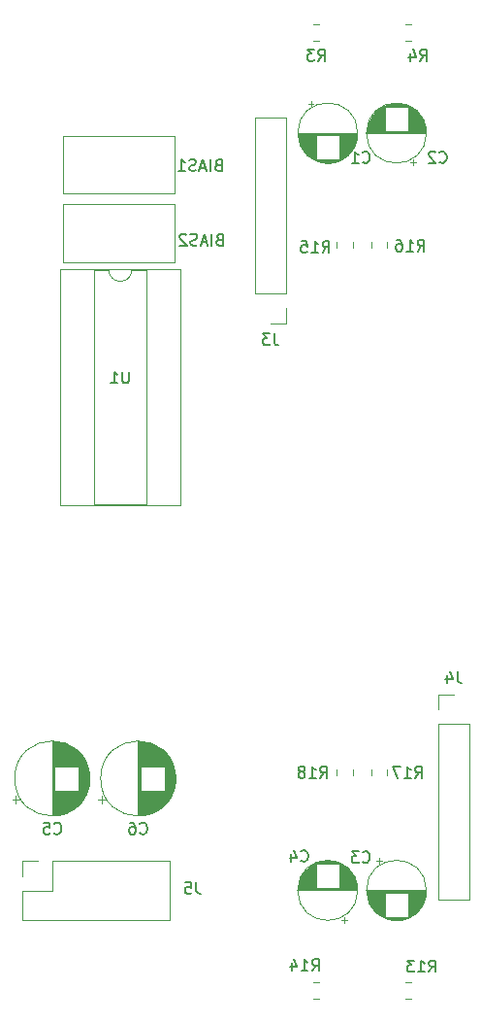
<source format=gbr>
%TF.GenerationSoftware,KiCad,Pcbnew,5.1.6*%
%TF.CreationDate,2020-07-14T13:58:31+04:00*%
%TF.ProjectId,FC_more_vcas,46435f6d-6f72-4655-9f76-6361732e6b69,rev?*%
%TF.SameCoordinates,Original*%
%TF.FileFunction,Legend,Bot*%
%TF.FilePolarity,Positive*%
%FSLAX46Y46*%
G04 Gerber Fmt 4.6, Leading zero omitted, Abs format (unit mm)*
G04 Created by KiCad (PCBNEW 5.1.6) date 2020-07-14 13:58:31*
%MOMM*%
%LPD*%
G01*
G04 APERTURE LIST*
%ADD10C,0.120000*%
%ADD11C,0.150000*%
G04 APERTURE END LIST*
D10*
%TO.C,BIAS1*%
X35125000Y-36470000D02*
X25355000Y-36470000D01*
X35125000Y-41540000D02*
X25355000Y-41540000D01*
X35125000Y-36470000D02*
X35125000Y-41540000D01*
X25355000Y-36470000D02*
X25355000Y-41540000D01*
%TO.C,BIAS2*%
X25355000Y-42470000D02*
X25355000Y-47540000D01*
X35125000Y-42470000D02*
X35125000Y-47540000D01*
X35125000Y-47540000D02*
X25355000Y-47540000D01*
X35125000Y-42470000D02*
X25355000Y-42470000D01*
%TO.C,C1*%
X46775000Y-33695225D02*
X47275000Y-33695225D01*
X47025000Y-33445225D02*
X47025000Y-33945225D01*
X48216000Y-38851000D02*
X48784000Y-38851000D01*
X47982000Y-38811000D02*
X49018000Y-38811000D01*
X47823000Y-38771000D02*
X49177000Y-38771000D01*
X47695000Y-38731000D02*
X49305000Y-38731000D01*
X47585000Y-38691000D02*
X49415000Y-38691000D01*
X47489000Y-38651000D02*
X49511000Y-38651000D01*
X47402000Y-38611000D02*
X49598000Y-38611000D01*
X47322000Y-38571000D02*
X49678000Y-38571000D01*
X49540000Y-38531000D02*
X49751000Y-38531000D01*
X47249000Y-38531000D02*
X47460000Y-38531000D01*
X49540000Y-38491000D02*
X49819000Y-38491000D01*
X47181000Y-38491000D02*
X47460000Y-38491000D01*
X49540000Y-38451000D02*
X49883000Y-38451000D01*
X47117000Y-38451000D02*
X47460000Y-38451000D01*
X49540000Y-38411000D02*
X49943000Y-38411000D01*
X47057000Y-38411000D02*
X47460000Y-38411000D01*
X49540000Y-38371000D02*
X50000000Y-38371000D01*
X47000000Y-38371000D02*
X47460000Y-38371000D01*
X49540000Y-38331000D02*
X50054000Y-38331000D01*
X46946000Y-38331000D02*
X47460000Y-38331000D01*
X49540000Y-38291000D02*
X50105000Y-38291000D01*
X46895000Y-38291000D02*
X47460000Y-38291000D01*
X49540000Y-38251000D02*
X50153000Y-38251000D01*
X46847000Y-38251000D02*
X47460000Y-38251000D01*
X49540000Y-38211000D02*
X50199000Y-38211000D01*
X46801000Y-38211000D02*
X47460000Y-38211000D01*
X49540000Y-38171000D02*
X50243000Y-38171000D01*
X46757000Y-38171000D02*
X47460000Y-38171000D01*
X49540000Y-38131000D02*
X50285000Y-38131000D01*
X46715000Y-38131000D02*
X47460000Y-38131000D01*
X49540000Y-38091000D02*
X50326000Y-38091000D01*
X46674000Y-38091000D02*
X47460000Y-38091000D01*
X49540000Y-38051000D02*
X50364000Y-38051000D01*
X46636000Y-38051000D02*
X47460000Y-38051000D01*
X49540000Y-38011000D02*
X50401000Y-38011000D01*
X46599000Y-38011000D02*
X47460000Y-38011000D01*
X49540000Y-37971000D02*
X50437000Y-37971000D01*
X46563000Y-37971000D02*
X47460000Y-37971000D01*
X49540000Y-37931000D02*
X50471000Y-37931000D01*
X46529000Y-37931000D02*
X47460000Y-37931000D01*
X49540000Y-37891000D02*
X50504000Y-37891000D01*
X46496000Y-37891000D02*
X47460000Y-37891000D01*
X49540000Y-37851000D02*
X50535000Y-37851000D01*
X46465000Y-37851000D02*
X47460000Y-37851000D01*
X49540000Y-37811000D02*
X50565000Y-37811000D01*
X46435000Y-37811000D02*
X47460000Y-37811000D01*
X49540000Y-37771000D02*
X50595000Y-37771000D01*
X46405000Y-37771000D02*
X47460000Y-37771000D01*
X49540000Y-37731000D02*
X50622000Y-37731000D01*
X46378000Y-37731000D02*
X47460000Y-37731000D01*
X49540000Y-37691000D02*
X50649000Y-37691000D01*
X46351000Y-37691000D02*
X47460000Y-37691000D01*
X49540000Y-37651000D02*
X50675000Y-37651000D01*
X46325000Y-37651000D02*
X47460000Y-37651000D01*
X49540000Y-37611000D02*
X50700000Y-37611000D01*
X46300000Y-37611000D02*
X47460000Y-37611000D01*
X49540000Y-37571000D02*
X50724000Y-37571000D01*
X46276000Y-37571000D02*
X47460000Y-37571000D01*
X49540000Y-37531000D02*
X50747000Y-37531000D01*
X46253000Y-37531000D02*
X47460000Y-37531000D01*
X49540000Y-37491000D02*
X50768000Y-37491000D01*
X46232000Y-37491000D02*
X47460000Y-37491000D01*
X49540000Y-37451000D02*
X50790000Y-37451000D01*
X46210000Y-37451000D02*
X47460000Y-37451000D01*
X49540000Y-37411000D02*
X50810000Y-37411000D01*
X46190000Y-37411000D02*
X47460000Y-37411000D01*
X49540000Y-37371000D02*
X50829000Y-37371000D01*
X46171000Y-37371000D02*
X47460000Y-37371000D01*
X49540000Y-37331000D02*
X50848000Y-37331000D01*
X46152000Y-37331000D02*
X47460000Y-37331000D01*
X49540000Y-37291000D02*
X50865000Y-37291000D01*
X46135000Y-37291000D02*
X47460000Y-37291000D01*
X49540000Y-37251000D02*
X50882000Y-37251000D01*
X46118000Y-37251000D02*
X47460000Y-37251000D01*
X49540000Y-37211000D02*
X50898000Y-37211000D01*
X46102000Y-37211000D02*
X47460000Y-37211000D01*
X49540000Y-37171000D02*
X50914000Y-37171000D01*
X46086000Y-37171000D02*
X47460000Y-37171000D01*
X49540000Y-37131000D02*
X50928000Y-37131000D01*
X46072000Y-37131000D02*
X47460000Y-37131000D01*
X49540000Y-37091000D02*
X50942000Y-37091000D01*
X46058000Y-37091000D02*
X47460000Y-37091000D01*
X49540000Y-37051000D02*
X50955000Y-37051000D01*
X46045000Y-37051000D02*
X47460000Y-37051000D01*
X49540000Y-37011000D02*
X50968000Y-37011000D01*
X46032000Y-37011000D02*
X47460000Y-37011000D01*
X49540000Y-36971000D02*
X50980000Y-36971000D01*
X46020000Y-36971000D02*
X47460000Y-36971000D01*
X49540000Y-36930000D02*
X50991000Y-36930000D01*
X46009000Y-36930000D02*
X47460000Y-36930000D01*
X49540000Y-36890000D02*
X51001000Y-36890000D01*
X45999000Y-36890000D02*
X47460000Y-36890000D01*
X49540000Y-36850000D02*
X51011000Y-36850000D01*
X45989000Y-36850000D02*
X47460000Y-36850000D01*
X49540000Y-36810000D02*
X51020000Y-36810000D01*
X45980000Y-36810000D02*
X47460000Y-36810000D01*
X49540000Y-36770000D02*
X51028000Y-36770000D01*
X45972000Y-36770000D02*
X47460000Y-36770000D01*
X49540000Y-36730000D02*
X51036000Y-36730000D01*
X45964000Y-36730000D02*
X47460000Y-36730000D01*
X49540000Y-36690000D02*
X51043000Y-36690000D01*
X45957000Y-36690000D02*
X47460000Y-36690000D01*
X49540000Y-36650000D02*
X51050000Y-36650000D01*
X45950000Y-36650000D02*
X47460000Y-36650000D01*
X49540000Y-36610000D02*
X51056000Y-36610000D01*
X45944000Y-36610000D02*
X47460000Y-36610000D01*
X49540000Y-36570000D02*
X51061000Y-36570000D01*
X45939000Y-36570000D02*
X47460000Y-36570000D01*
X49540000Y-36530000D02*
X51065000Y-36530000D01*
X45935000Y-36530000D02*
X47460000Y-36530000D01*
X49540000Y-36490000D02*
X51069000Y-36490000D01*
X45931000Y-36490000D02*
X47460000Y-36490000D01*
X45927000Y-36450000D02*
X51073000Y-36450000D01*
X45924000Y-36410000D02*
X51076000Y-36410000D01*
X45922000Y-36370000D02*
X51078000Y-36370000D01*
X45921000Y-36330000D02*
X51079000Y-36330000D01*
X45920000Y-36290000D02*
X51080000Y-36290000D01*
X45920000Y-36250000D02*
X51080000Y-36250000D01*
X51120000Y-36250000D02*
G75*
G03*
X51120000Y-36250000I-2620000J0D01*
G01*
%TO.C,C2*%
X57120000Y-36250000D02*
G75*
G03*
X57120000Y-36250000I-2620000J0D01*
G01*
X57080000Y-36250000D02*
X51920000Y-36250000D01*
X57080000Y-36210000D02*
X51920000Y-36210000D01*
X57079000Y-36170000D02*
X51921000Y-36170000D01*
X57078000Y-36130000D02*
X51922000Y-36130000D01*
X57076000Y-36090000D02*
X51924000Y-36090000D01*
X57073000Y-36050000D02*
X51927000Y-36050000D01*
X57069000Y-36010000D02*
X55540000Y-36010000D01*
X53460000Y-36010000D02*
X51931000Y-36010000D01*
X57065000Y-35970000D02*
X55540000Y-35970000D01*
X53460000Y-35970000D02*
X51935000Y-35970000D01*
X57061000Y-35930000D02*
X55540000Y-35930000D01*
X53460000Y-35930000D02*
X51939000Y-35930000D01*
X57056000Y-35890000D02*
X55540000Y-35890000D01*
X53460000Y-35890000D02*
X51944000Y-35890000D01*
X57050000Y-35850000D02*
X55540000Y-35850000D01*
X53460000Y-35850000D02*
X51950000Y-35850000D01*
X57043000Y-35810000D02*
X55540000Y-35810000D01*
X53460000Y-35810000D02*
X51957000Y-35810000D01*
X57036000Y-35770000D02*
X55540000Y-35770000D01*
X53460000Y-35770000D02*
X51964000Y-35770000D01*
X57028000Y-35730000D02*
X55540000Y-35730000D01*
X53460000Y-35730000D02*
X51972000Y-35730000D01*
X57020000Y-35690000D02*
X55540000Y-35690000D01*
X53460000Y-35690000D02*
X51980000Y-35690000D01*
X57011000Y-35650000D02*
X55540000Y-35650000D01*
X53460000Y-35650000D02*
X51989000Y-35650000D01*
X57001000Y-35610000D02*
X55540000Y-35610000D01*
X53460000Y-35610000D02*
X51999000Y-35610000D01*
X56991000Y-35570000D02*
X55540000Y-35570000D01*
X53460000Y-35570000D02*
X52009000Y-35570000D01*
X56980000Y-35529000D02*
X55540000Y-35529000D01*
X53460000Y-35529000D02*
X52020000Y-35529000D01*
X56968000Y-35489000D02*
X55540000Y-35489000D01*
X53460000Y-35489000D02*
X52032000Y-35489000D01*
X56955000Y-35449000D02*
X55540000Y-35449000D01*
X53460000Y-35449000D02*
X52045000Y-35449000D01*
X56942000Y-35409000D02*
X55540000Y-35409000D01*
X53460000Y-35409000D02*
X52058000Y-35409000D01*
X56928000Y-35369000D02*
X55540000Y-35369000D01*
X53460000Y-35369000D02*
X52072000Y-35369000D01*
X56914000Y-35329000D02*
X55540000Y-35329000D01*
X53460000Y-35329000D02*
X52086000Y-35329000D01*
X56898000Y-35289000D02*
X55540000Y-35289000D01*
X53460000Y-35289000D02*
X52102000Y-35289000D01*
X56882000Y-35249000D02*
X55540000Y-35249000D01*
X53460000Y-35249000D02*
X52118000Y-35249000D01*
X56865000Y-35209000D02*
X55540000Y-35209000D01*
X53460000Y-35209000D02*
X52135000Y-35209000D01*
X56848000Y-35169000D02*
X55540000Y-35169000D01*
X53460000Y-35169000D02*
X52152000Y-35169000D01*
X56829000Y-35129000D02*
X55540000Y-35129000D01*
X53460000Y-35129000D02*
X52171000Y-35129000D01*
X56810000Y-35089000D02*
X55540000Y-35089000D01*
X53460000Y-35089000D02*
X52190000Y-35089000D01*
X56790000Y-35049000D02*
X55540000Y-35049000D01*
X53460000Y-35049000D02*
X52210000Y-35049000D01*
X56768000Y-35009000D02*
X55540000Y-35009000D01*
X53460000Y-35009000D02*
X52232000Y-35009000D01*
X56747000Y-34969000D02*
X55540000Y-34969000D01*
X53460000Y-34969000D02*
X52253000Y-34969000D01*
X56724000Y-34929000D02*
X55540000Y-34929000D01*
X53460000Y-34929000D02*
X52276000Y-34929000D01*
X56700000Y-34889000D02*
X55540000Y-34889000D01*
X53460000Y-34889000D02*
X52300000Y-34889000D01*
X56675000Y-34849000D02*
X55540000Y-34849000D01*
X53460000Y-34849000D02*
X52325000Y-34849000D01*
X56649000Y-34809000D02*
X55540000Y-34809000D01*
X53460000Y-34809000D02*
X52351000Y-34809000D01*
X56622000Y-34769000D02*
X55540000Y-34769000D01*
X53460000Y-34769000D02*
X52378000Y-34769000D01*
X56595000Y-34729000D02*
X55540000Y-34729000D01*
X53460000Y-34729000D02*
X52405000Y-34729000D01*
X56565000Y-34689000D02*
X55540000Y-34689000D01*
X53460000Y-34689000D02*
X52435000Y-34689000D01*
X56535000Y-34649000D02*
X55540000Y-34649000D01*
X53460000Y-34649000D02*
X52465000Y-34649000D01*
X56504000Y-34609000D02*
X55540000Y-34609000D01*
X53460000Y-34609000D02*
X52496000Y-34609000D01*
X56471000Y-34569000D02*
X55540000Y-34569000D01*
X53460000Y-34569000D02*
X52529000Y-34569000D01*
X56437000Y-34529000D02*
X55540000Y-34529000D01*
X53460000Y-34529000D02*
X52563000Y-34529000D01*
X56401000Y-34489000D02*
X55540000Y-34489000D01*
X53460000Y-34489000D02*
X52599000Y-34489000D01*
X56364000Y-34449000D02*
X55540000Y-34449000D01*
X53460000Y-34449000D02*
X52636000Y-34449000D01*
X56326000Y-34409000D02*
X55540000Y-34409000D01*
X53460000Y-34409000D02*
X52674000Y-34409000D01*
X56285000Y-34369000D02*
X55540000Y-34369000D01*
X53460000Y-34369000D02*
X52715000Y-34369000D01*
X56243000Y-34329000D02*
X55540000Y-34329000D01*
X53460000Y-34329000D02*
X52757000Y-34329000D01*
X56199000Y-34289000D02*
X55540000Y-34289000D01*
X53460000Y-34289000D02*
X52801000Y-34289000D01*
X56153000Y-34249000D02*
X55540000Y-34249000D01*
X53460000Y-34249000D02*
X52847000Y-34249000D01*
X56105000Y-34209000D02*
X55540000Y-34209000D01*
X53460000Y-34209000D02*
X52895000Y-34209000D01*
X56054000Y-34169000D02*
X55540000Y-34169000D01*
X53460000Y-34169000D02*
X52946000Y-34169000D01*
X56000000Y-34129000D02*
X55540000Y-34129000D01*
X53460000Y-34129000D02*
X53000000Y-34129000D01*
X55943000Y-34089000D02*
X55540000Y-34089000D01*
X53460000Y-34089000D02*
X53057000Y-34089000D01*
X55883000Y-34049000D02*
X55540000Y-34049000D01*
X53460000Y-34049000D02*
X53117000Y-34049000D01*
X55819000Y-34009000D02*
X55540000Y-34009000D01*
X53460000Y-34009000D02*
X53181000Y-34009000D01*
X55751000Y-33969000D02*
X55540000Y-33969000D01*
X53460000Y-33969000D02*
X53249000Y-33969000D01*
X55678000Y-33929000D02*
X53322000Y-33929000D01*
X55598000Y-33889000D02*
X53402000Y-33889000D01*
X55511000Y-33849000D02*
X53489000Y-33849000D01*
X55415000Y-33809000D02*
X53585000Y-33809000D01*
X55305000Y-33769000D02*
X53695000Y-33769000D01*
X55177000Y-33729000D02*
X53823000Y-33729000D01*
X55018000Y-33689000D02*
X53982000Y-33689000D01*
X54784000Y-33649000D02*
X54216000Y-33649000D01*
X55975000Y-39054775D02*
X55975000Y-38554775D01*
X56225000Y-38804775D02*
X55725000Y-38804775D01*
%TO.C,C3*%
X57120000Y-102250000D02*
G75*
G03*
X57120000Y-102250000I-2620000J0D01*
G01*
X51920000Y-102250000D02*
X57080000Y-102250000D01*
X51920000Y-102290000D02*
X57080000Y-102290000D01*
X51921000Y-102330000D02*
X57079000Y-102330000D01*
X51922000Y-102370000D02*
X57078000Y-102370000D01*
X51924000Y-102410000D02*
X57076000Y-102410000D01*
X51927000Y-102450000D02*
X57073000Y-102450000D01*
X51931000Y-102490000D02*
X53460000Y-102490000D01*
X55540000Y-102490000D02*
X57069000Y-102490000D01*
X51935000Y-102530000D02*
X53460000Y-102530000D01*
X55540000Y-102530000D02*
X57065000Y-102530000D01*
X51939000Y-102570000D02*
X53460000Y-102570000D01*
X55540000Y-102570000D02*
X57061000Y-102570000D01*
X51944000Y-102610000D02*
X53460000Y-102610000D01*
X55540000Y-102610000D02*
X57056000Y-102610000D01*
X51950000Y-102650000D02*
X53460000Y-102650000D01*
X55540000Y-102650000D02*
X57050000Y-102650000D01*
X51957000Y-102690000D02*
X53460000Y-102690000D01*
X55540000Y-102690000D02*
X57043000Y-102690000D01*
X51964000Y-102730000D02*
X53460000Y-102730000D01*
X55540000Y-102730000D02*
X57036000Y-102730000D01*
X51972000Y-102770000D02*
X53460000Y-102770000D01*
X55540000Y-102770000D02*
X57028000Y-102770000D01*
X51980000Y-102810000D02*
X53460000Y-102810000D01*
X55540000Y-102810000D02*
X57020000Y-102810000D01*
X51989000Y-102850000D02*
X53460000Y-102850000D01*
X55540000Y-102850000D02*
X57011000Y-102850000D01*
X51999000Y-102890000D02*
X53460000Y-102890000D01*
X55540000Y-102890000D02*
X57001000Y-102890000D01*
X52009000Y-102930000D02*
X53460000Y-102930000D01*
X55540000Y-102930000D02*
X56991000Y-102930000D01*
X52020000Y-102971000D02*
X53460000Y-102971000D01*
X55540000Y-102971000D02*
X56980000Y-102971000D01*
X52032000Y-103011000D02*
X53460000Y-103011000D01*
X55540000Y-103011000D02*
X56968000Y-103011000D01*
X52045000Y-103051000D02*
X53460000Y-103051000D01*
X55540000Y-103051000D02*
X56955000Y-103051000D01*
X52058000Y-103091000D02*
X53460000Y-103091000D01*
X55540000Y-103091000D02*
X56942000Y-103091000D01*
X52072000Y-103131000D02*
X53460000Y-103131000D01*
X55540000Y-103131000D02*
X56928000Y-103131000D01*
X52086000Y-103171000D02*
X53460000Y-103171000D01*
X55540000Y-103171000D02*
X56914000Y-103171000D01*
X52102000Y-103211000D02*
X53460000Y-103211000D01*
X55540000Y-103211000D02*
X56898000Y-103211000D01*
X52118000Y-103251000D02*
X53460000Y-103251000D01*
X55540000Y-103251000D02*
X56882000Y-103251000D01*
X52135000Y-103291000D02*
X53460000Y-103291000D01*
X55540000Y-103291000D02*
X56865000Y-103291000D01*
X52152000Y-103331000D02*
X53460000Y-103331000D01*
X55540000Y-103331000D02*
X56848000Y-103331000D01*
X52171000Y-103371000D02*
X53460000Y-103371000D01*
X55540000Y-103371000D02*
X56829000Y-103371000D01*
X52190000Y-103411000D02*
X53460000Y-103411000D01*
X55540000Y-103411000D02*
X56810000Y-103411000D01*
X52210000Y-103451000D02*
X53460000Y-103451000D01*
X55540000Y-103451000D02*
X56790000Y-103451000D01*
X52232000Y-103491000D02*
X53460000Y-103491000D01*
X55540000Y-103491000D02*
X56768000Y-103491000D01*
X52253000Y-103531000D02*
X53460000Y-103531000D01*
X55540000Y-103531000D02*
X56747000Y-103531000D01*
X52276000Y-103571000D02*
X53460000Y-103571000D01*
X55540000Y-103571000D02*
X56724000Y-103571000D01*
X52300000Y-103611000D02*
X53460000Y-103611000D01*
X55540000Y-103611000D02*
X56700000Y-103611000D01*
X52325000Y-103651000D02*
X53460000Y-103651000D01*
X55540000Y-103651000D02*
X56675000Y-103651000D01*
X52351000Y-103691000D02*
X53460000Y-103691000D01*
X55540000Y-103691000D02*
X56649000Y-103691000D01*
X52378000Y-103731000D02*
X53460000Y-103731000D01*
X55540000Y-103731000D02*
X56622000Y-103731000D01*
X52405000Y-103771000D02*
X53460000Y-103771000D01*
X55540000Y-103771000D02*
X56595000Y-103771000D01*
X52435000Y-103811000D02*
X53460000Y-103811000D01*
X55540000Y-103811000D02*
X56565000Y-103811000D01*
X52465000Y-103851000D02*
X53460000Y-103851000D01*
X55540000Y-103851000D02*
X56535000Y-103851000D01*
X52496000Y-103891000D02*
X53460000Y-103891000D01*
X55540000Y-103891000D02*
X56504000Y-103891000D01*
X52529000Y-103931000D02*
X53460000Y-103931000D01*
X55540000Y-103931000D02*
X56471000Y-103931000D01*
X52563000Y-103971000D02*
X53460000Y-103971000D01*
X55540000Y-103971000D02*
X56437000Y-103971000D01*
X52599000Y-104011000D02*
X53460000Y-104011000D01*
X55540000Y-104011000D02*
X56401000Y-104011000D01*
X52636000Y-104051000D02*
X53460000Y-104051000D01*
X55540000Y-104051000D02*
X56364000Y-104051000D01*
X52674000Y-104091000D02*
X53460000Y-104091000D01*
X55540000Y-104091000D02*
X56326000Y-104091000D01*
X52715000Y-104131000D02*
X53460000Y-104131000D01*
X55540000Y-104131000D02*
X56285000Y-104131000D01*
X52757000Y-104171000D02*
X53460000Y-104171000D01*
X55540000Y-104171000D02*
X56243000Y-104171000D01*
X52801000Y-104211000D02*
X53460000Y-104211000D01*
X55540000Y-104211000D02*
X56199000Y-104211000D01*
X52847000Y-104251000D02*
X53460000Y-104251000D01*
X55540000Y-104251000D02*
X56153000Y-104251000D01*
X52895000Y-104291000D02*
X53460000Y-104291000D01*
X55540000Y-104291000D02*
X56105000Y-104291000D01*
X52946000Y-104331000D02*
X53460000Y-104331000D01*
X55540000Y-104331000D02*
X56054000Y-104331000D01*
X53000000Y-104371000D02*
X53460000Y-104371000D01*
X55540000Y-104371000D02*
X56000000Y-104371000D01*
X53057000Y-104411000D02*
X53460000Y-104411000D01*
X55540000Y-104411000D02*
X55943000Y-104411000D01*
X53117000Y-104451000D02*
X53460000Y-104451000D01*
X55540000Y-104451000D02*
X55883000Y-104451000D01*
X53181000Y-104491000D02*
X53460000Y-104491000D01*
X55540000Y-104491000D02*
X55819000Y-104491000D01*
X53249000Y-104531000D02*
X53460000Y-104531000D01*
X55540000Y-104531000D02*
X55751000Y-104531000D01*
X53322000Y-104571000D02*
X55678000Y-104571000D01*
X53402000Y-104611000D02*
X55598000Y-104611000D01*
X53489000Y-104651000D02*
X55511000Y-104651000D01*
X53585000Y-104691000D02*
X55415000Y-104691000D01*
X53695000Y-104731000D02*
X55305000Y-104731000D01*
X53823000Y-104771000D02*
X55177000Y-104771000D01*
X53982000Y-104811000D02*
X55018000Y-104811000D01*
X54216000Y-104851000D02*
X54784000Y-104851000D01*
X53025000Y-99445225D02*
X53025000Y-99945225D01*
X52775000Y-99695225D02*
X53275000Y-99695225D01*
%TO.C,C4*%
X50225000Y-104804775D02*
X49725000Y-104804775D01*
X49975000Y-105054775D02*
X49975000Y-104554775D01*
X48784000Y-99649000D02*
X48216000Y-99649000D01*
X49018000Y-99689000D02*
X47982000Y-99689000D01*
X49177000Y-99729000D02*
X47823000Y-99729000D01*
X49305000Y-99769000D02*
X47695000Y-99769000D01*
X49415000Y-99809000D02*
X47585000Y-99809000D01*
X49511000Y-99849000D02*
X47489000Y-99849000D01*
X49598000Y-99889000D02*
X47402000Y-99889000D01*
X49678000Y-99929000D02*
X47322000Y-99929000D01*
X47460000Y-99969000D02*
X47249000Y-99969000D01*
X49751000Y-99969000D02*
X49540000Y-99969000D01*
X47460000Y-100009000D02*
X47181000Y-100009000D01*
X49819000Y-100009000D02*
X49540000Y-100009000D01*
X47460000Y-100049000D02*
X47117000Y-100049000D01*
X49883000Y-100049000D02*
X49540000Y-100049000D01*
X47460000Y-100089000D02*
X47057000Y-100089000D01*
X49943000Y-100089000D02*
X49540000Y-100089000D01*
X47460000Y-100129000D02*
X47000000Y-100129000D01*
X50000000Y-100129000D02*
X49540000Y-100129000D01*
X47460000Y-100169000D02*
X46946000Y-100169000D01*
X50054000Y-100169000D02*
X49540000Y-100169000D01*
X47460000Y-100209000D02*
X46895000Y-100209000D01*
X50105000Y-100209000D02*
X49540000Y-100209000D01*
X47460000Y-100249000D02*
X46847000Y-100249000D01*
X50153000Y-100249000D02*
X49540000Y-100249000D01*
X47460000Y-100289000D02*
X46801000Y-100289000D01*
X50199000Y-100289000D02*
X49540000Y-100289000D01*
X47460000Y-100329000D02*
X46757000Y-100329000D01*
X50243000Y-100329000D02*
X49540000Y-100329000D01*
X47460000Y-100369000D02*
X46715000Y-100369000D01*
X50285000Y-100369000D02*
X49540000Y-100369000D01*
X47460000Y-100409000D02*
X46674000Y-100409000D01*
X50326000Y-100409000D02*
X49540000Y-100409000D01*
X47460000Y-100449000D02*
X46636000Y-100449000D01*
X50364000Y-100449000D02*
X49540000Y-100449000D01*
X47460000Y-100489000D02*
X46599000Y-100489000D01*
X50401000Y-100489000D02*
X49540000Y-100489000D01*
X47460000Y-100529000D02*
X46563000Y-100529000D01*
X50437000Y-100529000D02*
X49540000Y-100529000D01*
X47460000Y-100569000D02*
X46529000Y-100569000D01*
X50471000Y-100569000D02*
X49540000Y-100569000D01*
X47460000Y-100609000D02*
X46496000Y-100609000D01*
X50504000Y-100609000D02*
X49540000Y-100609000D01*
X47460000Y-100649000D02*
X46465000Y-100649000D01*
X50535000Y-100649000D02*
X49540000Y-100649000D01*
X47460000Y-100689000D02*
X46435000Y-100689000D01*
X50565000Y-100689000D02*
X49540000Y-100689000D01*
X47460000Y-100729000D02*
X46405000Y-100729000D01*
X50595000Y-100729000D02*
X49540000Y-100729000D01*
X47460000Y-100769000D02*
X46378000Y-100769000D01*
X50622000Y-100769000D02*
X49540000Y-100769000D01*
X47460000Y-100809000D02*
X46351000Y-100809000D01*
X50649000Y-100809000D02*
X49540000Y-100809000D01*
X47460000Y-100849000D02*
X46325000Y-100849000D01*
X50675000Y-100849000D02*
X49540000Y-100849000D01*
X47460000Y-100889000D02*
X46300000Y-100889000D01*
X50700000Y-100889000D02*
X49540000Y-100889000D01*
X47460000Y-100929000D02*
X46276000Y-100929000D01*
X50724000Y-100929000D02*
X49540000Y-100929000D01*
X47460000Y-100969000D02*
X46253000Y-100969000D01*
X50747000Y-100969000D02*
X49540000Y-100969000D01*
X47460000Y-101009000D02*
X46232000Y-101009000D01*
X50768000Y-101009000D02*
X49540000Y-101009000D01*
X47460000Y-101049000D02*
X46210000Y-101049000D01*
X50790000Y-101049000D02*
X49540000Y-101049000D01*
X47460000Y-101089000D02*
X46190000Y-101089000D01*
X50810000Y-101089000D02*
X49540000Y-101089000D01*
X47460000Y-101129000D02*
X46171000Y-101129000D01*
X50829000Y-101129000D02*
X49540000Y-101129000D01*
X47460000Y-101169000D02*
X46152000Y-101169000D01*
X50848000Y-101169000D02*
X49540000Y-101169000D01*
X47460000Y-101209000D02*
X46135000Y-101209000D01*
X50865000Y-101209000D02*
X49540000Y-101209000D01*
X47460000Y-101249000D02*
X46118000Y-101249000D01*
X50882000Y-101249000D02*
X49540000Y-101249000D01*
X47460000Y-101289000D02*
X46102000Y-101289000D01*
X50898000Y-101289000D02*
X49540000Y-101289000D01*
X47460000Y-101329000D02*
X46086000Y-101329000D01*
X50914000Y-101329000D02*
X49540000Y-101329000D01*
X47460000Y-101369000D02*
X46072000Y-101369000D01*
X50928000Y-101369000D02*
X49540000Y-101369000D01*
X47460000Y-101409000D02*
X46058000Y-101409000D01*
X50942000Y-101409000D02*
X49540000Y-101409000D01*
X47460000Y-101449000D02*
X46045000Y-101449000D01*
X50955000Y-101449000D02*
X49540000Y-101449000D01*
X47460000Y-101489000D02*
X46032000Y-101489000D01*
X50968000Y-101489000D02*
X49540000Y-101489000D01*
X47460000Y-101529000D02*
X46020000Y-101529000D01*
X50980000Y-101529000D02*
X49540000Y-101529000D01*
X47460000Y-101570000D02*
X46009000Y-101570000D01*
X50991000Y-101570000D02*
X49540000Y-101570000D01*
X47460000Y-101610000D02*
X45999000Y-101610000D01*
X51001000Y-101610000D02*
X49540000Y-101610000D01*
X47460000Y-101650000D02*
X45989000Y-101650000D01*
X51011000Y-101650000D02*
X49540000Y-101650000D01*
X47460000Y-101690000D02*
X45980000Y-101690000D01*
X51020000Y-101690000D02*
X49540000Y-101690000D01*
X47460000Y-101730000D02*
X45972000Y-101730000D01*
X51028000Y-101730000D02*
X49540000Y-101730000D01*
X47460000Y-101770000D02*
X45964000Y-101770000D01*
X51036000Y-101770000D02*
X49540000Y-101770000D01*
X47460000Y-101810000D02*
X45957000Y-101810000D01*
X51043000Y-101810000D02*
X49540000Y-101810000D01*
X47460000Y-101850000D02*
X45950000Y-101850000D01*
X51050000Y-101850000D02*
X49540000Y-101850000D01*
X47460000Y-101890000D02*
X45944000Y-101890000D01*
X51056000Y-101890000D02*
X49540000Y-101890000D01*
X47460000Y-101930000D02*
X45939000Y-101930000D01*
X51061000Y-101930000D02*
X49540000Y-101930000D01*
X47460000Y-101970000D02*
X45935000Y-101970000D01*
X51065000Y-101970000D02*
X49540000Y-101970000D01*
X47460000Y-102010000D02*
X45931000Y-102010000D01*
X51069000Y-102010000D02*
X49540000Y-102010000D01*
X51073000Y-102050000D02*
X45927000Y-102050000D01*
X51076000Y-102090000D02*
X45924000Y-102090000D01*
X51078000Y-102130000D02*
X45922000Y-102130000D01*
X51079000Y-102170000D02*
X45921000Y-102170000D01*
X51080000Y-102210000D02*
X45920000Y-102210000D01*
X51080000Y-102250000D02*
X45920000Y-102250000D01*
X51120000Y-102250000D02*
G75*
G03*
X51120000Y-102250000I-2620000J0D01*
G01*
%TO.C,C5*%
X27720000Y-92500000D02*
G75*
G03*
X27720000Y-92500000I-3270000J0D01*
G01*
X24450000Y-95730000D02*
X24450000Y-89270000D01*
X24490000Y-95730000D02*
X24490000Y-89270000D01*
X24530000Y-95730000D02*
X24530000Y-89270000D01*
X24570000Y-95728000D02*
X24570000Y-89272000D01*
X24610000Y-95727000D02*
X24610000Y-89273000D01*
X24650000Y-95724000D02*
X24650000Y-89276000D01*
X24690000Y-95722000D02*
X24690000Y-93540000D01*
X24690000Y-91460000D02*
X24690000Y-89278000D01*
X24730000Y-95718000D02*
X24730000Y-93540000D01*
X24730000Y-91460000D02*
X24730000Y-89282000D01*
X24770000Y-95715000D02*
X24770000Y-93540000D01*
X24770000Y-91460000D02*
X24770000Y-89285000D01*
X24810000Y-95711000D02*
X24810000Y-93540000D01*
X24810000Y-91460000D02*
X24810000Y-89289000D01*
X24850000Y-95706000D02*
X24850000Y-93540000D01*
X24850000Y-91460000D02*
X24850000Y-89294000D01*
X24890000Y-95701000D02*
X24890000Y-93540000D01*
X24890000Y-91460000D02*
X24890000Y-89299000D01*
X24930000Y-95695000D02*
X24930000Y-93540000D01*
X24930000Y-91460000D02*
X24930000Y-89305000D01*
X24970000Y-95689000D02*
X24970000Y-93540000D01*
X24970000Y-91460000D02*
X24970000Y-89311000D01*
X25010000Y-95682000D02*
X25010000Y-93540000D01*
X25010000Y-91460000D02*
X25010000Y-89318000D01*
X25050000Y-95675000D02*
X25050000Y-93540000D01*
X25050000Y-91460000D02*
X25050000Y-89325000D01*
X25090000Y-95667000D02*
X25090000Y-93540000D01*
X25090000Y-91460000D02*
X25090000Y-89333000D01*
X25130000Y-95659000D02*
X25130000Y-93540000D01*
X25130000Y-91460000D02*
X25130000Y-89341000D01*
X25171000Y-95650000D02*
X25171000Y-93540000D01*
X25171000Y-91460000D02*
X25171000Y-89350000D01*
X25211000Y-95641000D02*
X25211000Y-93540000D01*
X25211000Y-91460000D02*
X25211000Y-89359000D01*
X25251000Y-95631000D02*
X25251000Y-93540000D01*
X25251000Y-91460000D02*
X25251000Y-89369000D01*
X25291000Y-95621000D02*
X25291000Y-93540000D01*
X25291000Y-91460000D02*
X25291000Y-89379000D01*
X25331000Y-95610000D02*
X25331000Y-93540000D01*
X25331000Y-91460000D02*
X25331000Y-89390000D01*
X25371000Y-95598000D02*
X25371000Y-93540000D01*
X25371000Y-91460000D02*
X25371000Y-89402000D01*
X25411000Y-95586000D02*
X25411000Y-93540000D01*
X25411000Y-91460000D02*
X25411000Y-89414000D01*
X25451000Y-95574000D02*
X25451000Y-93540000D01*
X25451000Y-91460000D02*
X25451000Y-89426000D01*
X25491000Y-95561000D02*
X25491000Y-93540000D01*
X25491000Y-91460000D02*
X25491000Y-89439000D01*
X25531000Y-95547000D02*
X25531000Y-93540000D01*
X25531000Y-91460000D02*
X25531000Y-89453000D01*
X25571000Y-95533000D02*
X25571000Y-93540000D01*
X25571000Y-91460000D02*
X25571000Y-89467000D01*
X25611000Y-95518000D02*
X25611000Y-93540000D01*
X25611000Y-91460000D02*
X25611000Y-89482000D01*
X25651000Y-95502000D02*
X25651000Y-93540000D01*
X25651000Y-91460000D02*
X25651000Y-89498000D01*
X25691000Y-95486000D02*
X25691000Y-93540000D01*
X25691000Y-91460000D02*
X25691000Y-89514000D01*
X25731000Y-95470000D02*
X25731000Y-93540000D01*
X25731000Y-91460000D02*
X25731000Y-89530000D01*
X25771000Y-95452000D02*
X25771000Y-93540000D01*
X25771000Y-91460000D02*
X25771000Y-89548000D01*
X25811000Y-95434000D02*
X25811000Y-93540000D01*
X25811000Y-91460000D02*
X25811000Y-89566000D01*
X25851000Y-95416000D02*
X25851000Y-93540000D01*
X25851000Y-91460000D02*
X25851000Y-89584000D01*
X25891000Y-95396000D02*
X25891000Y-93540000D01*
X25891000Y-91460000D02*
X25891000Y-89604000D01*
X25931000Y-95376000D02*
X25931000Y-93540000D01*
X25931000Y-91460000D02*
X25931000Y-89624000D01*
X25971000Y-95356000D02*
X25971000Y-93540000D01*
X25971000Y-91460000D02*
X25971000Y-89644000D01*
X26011000Y-95334000D02*
X26011000Y-93540000D01*
X26011000Y-91460000D02*
X26011000Y-89666000D01*
X26051000Y-95312000D02*
X26051000Y-93540000D01*
X26051000Y-91460000D02*
X26051000Y-89688000D01*
X26091000Y-95290000D02*
X26091000Y-93540000D01*
X26091000Y-91460000D02*
X26091000Y-89710000D01*
X26131000Y-95266000D02*
X26131000Y-93540000D01*
X26131000Y-91460000D02*
X26131000Y-89734000D01*
X26171000Y-95242000D02*
X26171000Y-93540000D01*
X26171000Y-91460000D02*
X26171000Y-89758000D01*
X26211000Y-95216000D02*
X26211000Y-93540000D01*
X26211000Y-91460000D02*
X26211000Y-89784000D01*
X26251000Y-95190000D02*
X26251000Y-93540000D01*
X26251000Y-91460000D02*
X26251000Y-89810000D01*
X26291000Y-95164000D02*
X26291000Y-93540000D01*
X26291000Y-91460000D02*
X26291000Y-89836000D01*
X26331000Y-95136000D02*
X26331000Y-93540000D01*
X26331000Y-91460000D02*
X26331000Y-89864000D01*
X26371000Y-95107000D02*
X26371000Y-93540000D01*
X26371000Y-91460000D02*
X26371000Y-89893000D01*
X26411000Y-95078000D02*
X26411000Y-93540000D01*
X26411000Y-91460000D02*
X26411000Y-89922000D01*
X26451000Y-95048000D02*
X26451000Y-93540000D01*
X26451000Y-91460000D02*
X26451000Y-89952000D01*
X26491000Y-95016000D02*
X26491000Y-93540000D01*
X26491000Y-91460000D02*
X26491000Y-89984000D01*
X26531000Y-94984000D02*
X26531000Y-93540000D01*
X26531000Y-91460000D02*
X26531000Y-90016000D01*
X26571000Y-94950000D02*
X26571000Y-93540000D01*
X26571000Y-91460000D02*
X26571000Y-90050000D01*
X26611000Y-94916000D02*
X26611000Y-93540000D01*
X26611000Y-91460000D02*
X26611000Y-90084000D01*
X26651000Y-94880000D02*
X26651000Y-93540000D01*
X26651000Y-91460000D02*
X26651000Y-90120000D01*
X26691000Y-94843000D02*
X26691000Y-93540000D01*
X26691000Y-91460000D02*
X26691000Y-90157000D01*
X26731000Y-94805000D02*
X26731000Y-93540000D01*
X26731000Y-91460000D02*
X26731000Y-90195000D01*
X26771000Y-94765000D02*
X26771000Y-90235000D01*
X26811000Y-94724000D02*
X26811000Y-90276000D01*
X26851000Y-94682000D02*
X26851000Y-90318000D01*
X26891000Y-94637000D02*
X26891000Y-90363000D01*
X26931000Y-94592000D02*
X26931000Y-90408000D01*
X26971000Y-94544000D02*
X26971000Y-90456000D01*
X27011000Y-94495000D02*
X27011000Y-90505000D01*
X27051000Y-94444000D02*
X27051000Y-90556000D01*
X27091000Y-94390000D02*
X27091000Y-90610000D01*
X27131000Y-94334000D02*
X27131000Y-90666000D01*
X27171000Y-94276000D02*
X27171000Y-90724000D01*
X27211000Y-94214000D02*
X27211000Y-90786000D01*
X27251000Y-94150000D02*
X27251000Y-90850000D01*
X27291000Y-94081000D02*
X27291000Y-90919000D01*
X27331000Y-94009000D02*
X27331000Y-90991000D01*
X27371000Y-93932000D02*
X27371000Y-91068000D01*
X27411000Y-93850000D02*
X27411000Y-91150000D01*
X27451000Y-93762000D02*
X27451000Y-91238000D01*
X27491000Y-93665000D02*
X27491000Y-91335000D01*
X27531000Y-93559000D02*
X27531000Y-91441000D01*
X27571000Y-93440000D02*
X27571000Y-91560000D01*
X27611000Y-93302000D02*
X27611000Y-91698000D01*
X27651000Y-93133000D02*
X27651000Y-91867000D01*
X27691000Y-92902000D02*
X27691000Y-92098000D01*
X20949759Y-94339000D02*
X21579759Y-94339000D01*
X21264759Y-94654000D02*
X21264759Y-94024000D01*
%TO.C,C6*%
X28764759Y-94654000D02*
X28764759Y-94024000D01*
X28449759Y-94339000D02*
X29079759Y-94339000D01*
X35191000Y-92902000D02*
X35191000Y-92098000D01*
X35151000Y-93133000D02*
X35151000Y-91867000D01*
X35111000Y-93302000D02*
X35111000Y-91698000D01*
X35071000Y-93440000D02*
X35071000Y-91560000D01*
X35031000Y-93559000D02*
X35031000Y-91441000D01*
X34991000Y-93665000D02*
X34991000Y-91335000D01*
X34951000Y-93762000D02*
X34951000Y-91238000D01*
X34911000Y-93850000D02*
X34911000Y-91150000D01*
X34871000Y-93932000D02*
X34871000Y-91068000D01*
X34831000Y-94009000D02*
X34831000Y-90991000D01*
X34791000Y-94081000D02*
X34791000Y-90919000D01*
X34751000Y-94150000D02*
X34751000Y-90850000D01*
X34711000Y-94214000D02*
X34711000Y-90786000D01*
X34671000Y-94276000D02*
X34671000Y-90724000D01*
X34631000Y-94334000D02*
X34631000Y-90666000D01*
X34591000Y-94390000D02*
X34591000Y-90610000D01*
X34551000Y-94444000D02*
X34551000Y-90556000D01*
X34511000Y-94495000D02*
X34511000Y-90505000D01*
X34471000Y-94544000D02*
X34471000Y-90456000D01*
X34431000Y-94592000D02*
X34431000Y-90408000D01*
X34391000Y-94637000D02*
X34391000Y-90363000D01*
X34351000Y-94682000D02*
X34351000Y-90318000D01*
X34311000Y-94724000D02*
X34311000Y-90276000D01*
X34271000Y-94765000D02*
X34271000Y-90235000D01*
X34231000Y-91460000D02*
X34231000Y-90195000D01*
X34231000Y-94805000D02*
X34231000Y-93540000D01*
X34191000Y-91460000D02*
X34191000Y-90157000D01*
X34191000Y-94843000D02*
X34191000Y-93540000D01*
X34151000Y-91460000D02*
X34151000Y-90120000D01*
X34151000Y-94880000D02*
X34151000Y-93540000D01*
X34111000Y-91460000D02*
X34111000Y-90084000D01*
X34111000Y-94916000D02*
X34111000Y-93540000D01*
X34071000Y-91460000D02*
X34071000Y-90050000D01*
X34071000Y-94950000D02*
X34071000Y-93540000D01*
X34031000Y-91460000D02*
X34031000Y-90016000D01*
X34031000Y-94984000D02*
X34031000Y-93540000D01*
X33991000Y-91460000D02*
X33991000Y-89984000D01*
X33991000Y-95016000D02*
X33991000Y-93540000D01*
X33951000Y-91460000D02*
X33951000Y-89952000D01*
X33951000Y-95048000D02*
X33951000Y-93540000D01*
X33911000Y-91460000D02*
X33911000Y-89922000D01*
X33911000Y-95078000D02*
X33911000Y-93540000D01*
X33871000Y-91460000D02*
X33871000Y-89893000D01*
X33871000Y-95107000D02*
X33871000Y-93540000D01*
X33831000Y-91460000D02*
X33831000Y-89864000D01*
X33831000Y-95136000D02*
X33831000Y-93540000D01*
X33791000Y-91460000D02*
X33791000Y-89836000D01*
X33791000Y-95164000D02*
X33791000Y-93540000D01*
X33751000Y-91460000D02*
X33751000Y-89810000D01*
X33751000Y-95190000D02*
X33751000Y-93540000D01*
X33711000Y-91460000D02*
X33711000Y-89784000D01*
X33711000Y-95216000D02*
X33711000Y-93540000D01*
X33671000Y-91460000D02*
X33671000Y-89758000D01*
X33671000Y-95242000D02*
X33671000Y-93540000D01*
X33631000Y-91460000D02*
X33631000Y-89734000D01*
X33631000Y-95266000D02*
X33631000Y-93540000D01*
X33591000Y-91460000D02*
X33591000Y-89710000D01*
X33591000Y-95290000D02*
X33591000Y-93540000D01*
X33551000Y-91460000D02*
X33551000Y-89688000D01*
X33551000Y-95312000D02*
X33551000Y-93540000D01*
X33511000Y-91460000D02*
X33511000Y-89666000D01*
X33511000Y-95334000D02*
X33511000Y-93540000D01*
X33471000Y-91460000D02*
X33471000Y-89644000D01*
X33471000Y-95356000D02*
X33471000Y-93540000D01*
X33431000Y-91460000D02*
X33431000Y-89624000D01*
X33431000Y-95376000D02*
X33431000Y-93540000D01*
X33391000Y-91460000D02*
X33391000Y-89604000D01*
X33391000Y-95396000D02*
X33391000Y-93540000D01*
X33351000Y-91460000D02*
X33351000Y-89584000D01*
X33351000Y-95416000D02*
X33351000Y-93540000D01*
X33311000Y-91460000D02*
X33311000Y-89566000D01*
X33311000Y-95434000D02*
X33311000Y-93540000D01*
X33271000Y-91460000D02*
X33271000Y-89548000D01*
X33271000Y-95452000D02*
X33271000Y-93540000D01*
X33231000Y-91460000D02*
X33231000Y-89530000D01*
X33231000Y-95470000D02*
X33231000Y-93540000D01*
X33191000Y-91460000D02*
X33191000Y-89514000D01*
X33191000Y-95486000D02*
X33191000Y-93540000D01*
X33151000Y-91460000D02*
X33151000Y-89498000D01*
X33151000Y-95502000D02*
X33151000Y-93540000D01*
X33111000Y-91460000D02*
X33111000Y-89482000D01*
X33111000Y-95518000D02*
X33111000Y-93540000D01*
X33071000Y-91460000D02*
X33071000Y-89467000D01*
X33071000Y-95533000D02*
X33071000Y-93540000D01*
X33031000Y-91460000D02*
X33031000Y-89453000D01*
X33031000Y-95547000D02*
X33031000Y-93540000D01*
X32991000Y-91460000D02*
X32991000Y-89439000D01*
X32991000Y-95561000D02*
X32991000Y-93540000D01*
X32951000Y-91460000D02*
X32951000Y-89426000D01*
X32951000Y-95574000D02*
X32951000Y-93540000D01*
X32911000Y-91460000D02*
X32911000Y-89414000D01*
X32911000Y-95586000D02*
X32911000Y-93540000D01*
X32871000Y-91460000D02*
X32871000Y-89402000D01*
X32871000Y-95598000D02*
X32871000Y-93540000D01*
X32831000Y-91460000D02*
X32831000Y-89390000D01*
X32831000Y-95610000D02*
X32831000Y-93540000D01*
X32791000Y-91460000D02*
X32791000Y-89379000D01*
X32791000Y-95621000D02*
X32791000Y-93540000D01*
X32751000Y-91460000D02*
X32751000Y-89369000D01*
X32751000Y-95631000D02*
X32751000Y-93540000D01*
X32711000Y-91460000D02*
X32711000Y-89359000D01*
X32711000Y-95641000D02*
X32711000Y-93540000D01*
X32671000Y-91460000D02*
X32671000Y-89350000D01*
X32671000Y-95650000D02*
X32671000Y-93540000D01*
X32630000Y-91460000D02*
X32630000Y-89341000D01*
X32630000Y-95659000D02*
X32630000Y-93540000D01*
X32590000Y-91460000D02*
X32590000Y-89333000D01*
X32590000Y-95667000D02*
X32590000Y-93540000D01*
X32550000Y-91460000D02*
X32550000Y-89325000D01*
X32550000Y-95675000D02*
X32550000Y-93540000D01*
X32510000Y-91460000D02*
X32510000Y-89318000D01*
X32510000Y-95682000D02*
X32510000Y-93540000D01*
X32470000Y-91460000D02*
X32470000Y-89311000D01*
X32470000Y-95689000D02*
X32470000Y-93540000D01*
X32430000Y-91460000D02*
X32430000Y-89305000D01*
X32430000Y-95695000D02*
X32430000Y-93540000D01*
X32390000Y-91460000D02*
X32390000Y-89299000D01*
X32390000Y-95701000D02*
X32390000Y-93540000D01*
X32350000Y-91460000D02*
X32350000Y-89294000D01*
X32350000Y-95706000D02*
X32350000Y-93540000D01*
X32310000Y-91460000D02*
X32310000Y-89289000D01*
X32310000Y-95711000D02*
X32310000Y-93540000D01*
X32270000Y-91460000D02*
X32270000Y-89285000D01*
X32270000Y-95715000D02*
X32270000Y-93540000D01*
X32230000Y-91460000D02*
X32230000Y-89282000D01*
X32230000Y-95718000D02*
X32230000Y-93540000D01*
X32190000Y-91460000D02*
X32190000Y-89278000D01*
X32190000Y-95722000D02*
X32190000Y-93540000D01*
X32150000Y-95724000D02*
X32150000Y-89276000D01*
X32110000Y-95727000D02*
X32110000Y-89273000D01*
X32070000Y-95728000D02*
X32070000Y-89272000D01*
X32030000Y-95730000D02*
X32030000Y-89270000D01*
X31990000Y-95730000D02*
X31990000Y-89270000D01*
X31950000Y-95730000D02*
X31950000Y-89270000D01*
X35220000Y-92500000D02*
G75*
G03*
X35220000Y-92500000I-3270000J0D01*
G01*
%TO.C,J3*%
X42170000Y-50230000D02*
X44830000Y-50230000D01*
X42170000Y-50230000D02*
X42170000Y-34930000D01*
X42170000Y-34930000D02*
X44830000Y-34930000D01*
X44830000Y-50230000D02*
X44830000Y-34930000D01*
X44830000Y-52830000D02*
X44830000Y-51500000D01*
X43500000Y-52830000D02*
X44830000Y-52830000D01*
%TO.C,J4*%
X60830000Y-87770000D02*
X58170000Y-87770000D01*
X60830000Y-87770000D02*
X60830000Y-103070000D01*
X60830000Y-103070000D02*
X58170000Y-103070000D01*
X58170000Y-87770000D02*
X58170000Y-103070000D01*
X58170000Y-85170000D02*
X58170000Y-86500000D01*
X59500000Y-85170000D02*
X58170000Y-85170000D01*
%TO.C,J5*%
X34690000Y-99670000D02*
X34690000Y-104870000D01*
X24470000Y-99670000D02*
X34690000Y-99670000D01*
X21870000Y-104870000D02*
X34690000Y-104870000D01*
X24470000Y-99670000D02*
X24470000Y-102270000D01*
X24470000Y-102270000D02*
X21870000Y-102270000D01*
X21870000Y-102270000D02*
X21870000Y-104870000D01*
X23200000Y-99670000D02*
X21870000Y-99670000D01*
X21870000Y-99670000D02*
X21870000Y-101000000D01*
%TO.C,R3*%
X47238748Y-26790000D02*
X47761252Y-26790000D01*
X47238748Y-28210000D02*
X47761252Y-28210000D01*
%TO.C,R4*%
X55761252Y-28210000D02*
X55238748Y-28210000D01*
X55761252Y-26790000D02*
X55238748Y-26790000D01*
%TO.C,R13*%
X55761252Y-110290000D02*
X55238748Y-110290000D01*
X55761252Y-111710000D02*
X55238748Y-111710000D01*
%TO.C,R14*%
X47238748Y-111710000D02*
X47761252Y-111710000D01*
X47238748Y-110290000D02*
X47761252Y-110290000D01*
%TO.C,R15*%
X49290000Y-45738748D02*
X49290000Y-46261252D01*
X50710000Y-45738748D02*
X50710000Y-46261252D01*
%TO.C,R16*%
X52290000Y-45738748D02*
X52290000Y-46261252D01*
X53710000Y-45738748D02*
X53710000Y-46261252D01*
%TO.C,R17*%
X52290000Y-92261252D02*
X52290000Y-91738748D01*
X53710000Y-92261252D02*
X53710000Y-91738748D01*
%TO.C,R18*%
X49290000Y-92261252D02*
X49290000Y-91738748D01*
X50710000Y-92261252D02*
X50710000Y-91738748D01*
%TO.C,U1*%
X31390000Y-48170000D02*
X32640000Y-48170000D01*
X32640000Y-48170000D02*
X32640000Y-68610000D01*
X32640000Y-68610000D02*
X28140000Y-68610000D01*
X28140000Y-68610000D02*
X28140000Y-48170000D01*
X28140000Y-48170000D02*
X29390000Y-48170000D01*
X35640000Y-48110000D02*
X35640000Y-68670000D01*
X35640000Y-68670000D02*
X25140000Y-68670000D01*
X25140000Y-68670000D02*
X25140000Y-48110000D01*
X25140000Y-48110000D02*
X35640000Y-48110000D01*
X29390000Y-48170000D02*
G75*
G03*
X31390000Y-48170000I1000000J0D01*
G01*
%TO.C,BIAS1*%
D11*
X38947619Y-39028571D02*
X38804761Y-39076190D01*
X38757142Y-39123809D01*
X38709523Y-39219047D01*
X38709523Y-39361904D01*
X38757142Y-39457142D01*
X38804761Y-39504761D01*
X38900000Y-39552380D01*
X39280952Y-39552380D01*
X39280952Y-38552380D01*
X38947619Y-38552380D01*
X38852380Y-38600000D01*
X38804761Y-38647619D01*
X38757142Y-38742857D01*
X38757142Y-38838095D01*
X38804761Y-38933333D01*
X38852380Y-38980952D01*
X38947619Y-39028571D01*
X39280952Y-39028571D01*
X38280952Y-39552380D02*
X38280952Y-38552380D01*
X37852380Y-39266666D02*
X37376190Y-39266666D01*
X37947619Y-39552380D02*
X37614285Y-38552380D01*
X37280952Y-39552380D01*
X36995238Y-39504761D02*
X36852380Y-39552380D01*
X36614285Y-39552380D01*
X36519047Y-39504761D01*
X36471428Y-39457142D01*
X36423809Y-39361904D01*
X36423809Y-39266666D01*
X36471428Y-39171428D01*
X36519047Y-39123809D01*
X36614285Y-39076190D01*
X36804761Y-39028571D01*
X36900000Y-38980952D01*
X36947619Y-38933333D01*
X36995238Y-38838095D01*
X36995238Y-38742857D01*
X36947619Y-38647619D01*
X36900000Y-38600000D01*
X36804761Y-38552380D01*
X36566666Y-38552380D01*
X36423809Y-38600000D01*
X35471428Y-39552380D02*
X36042857Y-39552380D01*
X35757142Y-39552380D02*
X35757142Y-38552380D01*
X35852380Y-38695238D01*
X35947619Y-38790476D01*
X36042857Y-38838095D01*
%TO.C,BIAS2*%
X39047619Y-45528571D02*
X38904761Y-45576190D01*
X38857142Y-45623809D01*
X38809523Y-45719047D01*
X38809523Y-45861904D01*
X38857142Y-45957142D01*
X38904761Y-46004761D01*
X39000000Y-46052380D01*
X39380952Y-46052380D01*
X39380952Y-45052380D01*
X39047619Y-45052380D01*
X38952380Y-45100000D01*
X38904761Y-45147619D01*
X38857142Y-45242857D01*
X38857142Y-45338095D01*
X38904761Y-45433333D01*
X38952380Y-45480952D01*
X39047619Y-45528571D01*
X39380952Y-45528571D01*
X38380952Y-46052380D02*
X38380952Y-45052380D01*
X37952380Y-45766666D02*
X37476190Y-45766666D01*
X38047619Y-46052380D02*
X37714285Y-45052380D01*
X37380952Y-46052380D01*
X37095238Y-46004761D02*
X36952380Y-46052380D01*
X36714285Y-46052380D01*
X36619047Y-46004761D01*
X36571428Y-45957142D01*
X36523809Y-45861904D01*
X36523809Y-45766666D01*
X36571428Y-45671428D01*
X36619047Y-45623809D01*
X36714285Y-45576190D01*
X36904761Y-45528571D01*
X37000000Y-45480952D01*
X37047619Y-45433333D01*
X37095238Y-45338095D01*
X37095238Y-45242857D01*
X37047619Y-45147619D01*
X37000000Y-45100000D01*
X36904761Y-45052380D01*
X36666666Y-45052380D01*
X36523809Y-45100000D01*
X36142857Y-45147619D02*
X36095238Y-45100000D01*
X36000000Y-45052380D01*
X35761904Y-45052380D01*
X35666666Y-45100000D01*
X35619047Y-45147619D01*
X35571428Y-45242857D01*
X35571428Y-45338095D01*
X35619047Y-45480952D01*
X36190476Y-46052380D01*
X35571428Y-46052380D01*
%TO.C,C1*%
X51566666Y-38757142D02*
X51614285Y-38804761D01*
X51757142Y-38852380D01*
X51852380Y-38852380D01*
X51995238Y-38804761D01*
X52090476Y-38709523D01*
X52138095Y-38614285D01*
X52185714Y-38423809D01*
X52185714Y-38280952D01*
X52138095Y-38090476D01*
X52090476Y-37995238D01*
X51995238Y-37900000D01*
X51852380Y-37852380D01*
X51757142Y-37852380D01*
X51614285Y-37900000D01*
X51566666Y-37947619D01*
X50614285Y-38852380D02*
X51185714Y-38852380D01*
X50900000Y-38852380D02*
X50900000Y-37852380D01*
X50995238Y-37995238D01*
X51090476Y-38090476D01*
X51185714Y-38138095D01*
%TO.C,C2*%
X58266666Y-38757142D02*
X58314285Y-38804761D01*
X58457142Y-38852380D01*
X58552380Y-38852380D01*
X58695238Y-38804761D01*
X58790476Y-38709523D01*
X58838095Y-38614285D01*
X58885714Y-38423809D01*
X58885714Y-38280952D01*
X58838095Y-38090476D01*
X58790476Y-37995238D01*
X58695238Y-37900000D01*
X58552380Y-37852380D01*
X58457142Y-37852380D01*
X58314285Y-37900000D01*
X58266666Y-37947619D01*
X57885714Y-37947619D02*
X57838095Y-37900000D01*
X57742857Y-37852380D01*
X57504761Y-37852380D01*
X57409523Y-37900000D01*
X57361904Y-37947619D01*
X57314285Y-38042857D01*
X57314285Y-38138095D01*
X57361904Y-38280952D01*
X57933333Y-38852380D01*
X57314285Y-38852380D01*
%TO.C,C3*%
X51566666Y-99757142D02*
X51614285Y-99804761D01*
X51757142Y-99852380D01*
X51852380Y-99852380D01*
X51995238Y-99804761D01*
X52090476Y-99709523D01*
X52138095Y-99614285D01*
X52185714Y-99423809D01*
X52185714Y-99280952D01*
X52138095Y-99090476D01*
X52090476Y-98995238D01*
X51995238Y-98900000D01*
X51852380Y-98852380D01*
X51757142Y-98852380D01*
X51614285Y-98900000D01*
X51566666Y-98947619D01*
X51233333Y-98852380D02*
X50614285Y-98852380D01*
X50947619Y-99233333D01*
X50804761Y-99233333D01*
X50709523Y-99280952D01*
X50661904Y-99328571D01*
X50614285Y-99423809D01*
X50614285Y-99661904D01*
X50661904Y-99757142D01*
X50709523Y-99804761D01*
X50804761Y-99852380D01*
X51090476Y-99852380D01*
X51185714Y-99804761D01*
X51233333Y-99757142D01*
%TO.C,C4*%
X46166666Y-99657142D02*
X46214285Y-99704761D01*
X46357142Y-99752380D01*
X46452380Y-99752380D01*
X46595238Y-99704761D01*
X46690476Y-99609523D01*
X46738095Y-99514285D01*
X46785714Y-99323809D01*
X46785714Y-99180952D01*
X46738095Y-98990476D01*
X46690476Y-98895238D01*
X46595238Y-98800000D01*
X46452380Y-98752380D01*
X46357142Y-98752380D01*
X46214285Y-98800000D01*
X46166666Y-98847619D01*
X45309523Y-99085714D02*
X45309523Y-99752380D01*
X45547619Y-98704761D02*
X45785714Y-99419047D01*
X45166666Y-99419047D01*
%TO.C,C5*%
X24616666Y-97257142D02*
X24664285Y-97304761D01*
X24807142Y-97352380D01*
X24902380Y-97352380D01*
X25045238Y-97304761D01*
X25140476Y-97209523D01*
X25188095Y-97114285D01*
X25235714Y-96923809D01*
X25235714Y-96780952D01*
X25188095Y-96590476D01*
X25140476Y-96495238D01*
X25045238Y-96400000D01*
X24902380Y-96352380D01*
X24807142Y-96352380D01*
X24664285Y-96400000D01*
X24616666Y-96447619D01*
X23711904Y-96352380D02*
X24188095Y-96352380D01*
X24235714Y-96828571D01*
X24188095Y-96780952D01*
X24092857Y-96733333D01*
X23854761Y-96733333D01*
X23759523Y-96780952D01*
X23711904Y-96828571D01*
X23664285Y-96923809D01*
X23664285Y-97161904D01*
X23711904Y-97257142D01*
X23759523Y-97304761D01*
X23854761Y-97352380D01*
X24092857Y-97352380D01*
X24188095Y-97304761D01*
X24235714Y-97257142D01*
%TO.C,C6*%
X32116666Y-97257142D02*
X32164285Y-97304761D01*
X32307142Y-97352380D01*
X32402380Y-97352380D01*
X32545238Y-97304761D01*
X32640476Y-97209523D01*
X32688095Y-97114285D01*
X32735714Y-96923809D01*
X32735714Y-96780952D01*
X32688095Y-96590476D01*
X32640476Y-96495238D01*
X32545238Y-96400000D01*
X32402380Y-96352380D01*
X32307142Y-96352380D01*
X32164285Y-96400000D01*
X32116666Y-96447619D01*
X31259523Y-96352380D02*
X31450000Y-96352380D01*
X31545238Y-96400000D01*
X31592857Y-96447619D01*
X31688095Y-96590476D01*
X31735714Y-96780952D01*
X31735714Y-97161904D01*
X31688095Y-97257142D01*
X31640476Y-97304761D01*
X31545238Y-97352380D01*
X31354761Y-97352380D01*
X31259523Y-97304761D01*
X31211904Y-97257142D01*
X31164285Y-97161904D01*
X31164285Y-96923809D01*
X31211904Y-96828571D01*
X31259523Y-96780952D01*
X31354761Y-96733333D01*
X31545238Y-96733333D01*
X31640476Y-96780952D01*
X31688095Y-96828571D01*
X31735714Y-96923809D01*
%TO.C,J3*%
X43833333Y-53722380D02*
X43833333Y-54436666D01*
X43880952Y-54579523D01*
X43976190Y-54674761D01*
X44119047Y-54722380D01*
X44214285Y-54722380D01*
X43452380Y-53722380D02*
X42833333Y-53722380D01*
X43166666Y-54103333D01*
X43023809Y-54103333D01*
X42928571Y-54150952D01*
X42880952Y-54198571D01*
X42833333Y-54293809D01*
X42833333Y-54531904D01*
X42880952Y-54627142D01*
X42928571Y-54674761D01*
X43023809Y-54722380D01*
X43309523Y-54722380D01*
X43404761Y-54674761D01*
X43452380Y-54627142D01*
%TO.C,J4*%
X59833333Y-83182380D02*
X59833333Y-83896666D01*
X59880952Y-84039523D01*
X59976190Y-84134761D01*
X60119047Y-84182380D01*
X60214285Y-84182380D01*
X58928571Y-83515714D02*
X58928571Y-84182380D01*
X59166666Y-83134761D02*
X59404761Y-83849047D01*
X58785714Y-83849047D01*
%TO.C,J5*%
X37033333Y-101552380D02*
X37033333Y-102266666D01*
X37080952Y-102409523D01*
X37176190Y-102504761D01*
X37319047Y-102552380D01*
X37414285Y-102552380D01*
X36080952Y-101552380D02*
X36557142Y-101552380D01*
X36604761Y-102028571D01*
X36557142Y-101980952D01*
X36461904Y-101933333D01*
X36223809Y-101933333D01*
X36128571Y-101980952D01*
X36080952Y-102028571D01*
X36033333Y-102123809D01*
X36033333Y-102361904D01*
X36080952Y-102457142D01*
X36128571Y-102504761D01*
X36223809Y-102552380D01*
X36461904Y-102552380D01*
X36557142Y-102504761D01*
X36604761Y-102457142D01*
%TO.C,R3*%
X47666666Y-29952380D02*
X48000000Y-29476190D01*
X48238095Y-29952380D02*
X48238095Y-28952380D01*
X47857142Y-28952380D01*
X47761904Y-29000000D01*
X47714285Y-29047619D01*
X47666666Y-29142857D01*
X47666666Y-29285714D01*
X47714285Y-29380952D01*
X47761904Y-29428571D01*
X47857142Y-29476190D01*
X48238095Y-29476190D01*
X47333333Y-28952380D02*
X46714285Y-28952380D01*
X47047619Y-29333333D01*
X46904761Y-29333333D01*
X46809523Y-29380952D01*
X46761904Y-29428571D01*
X46714285Y-29523809D01*
X46714285Y-29761904D01*
X46761904Y-29857142D01*
X46809523Y-29904761D01*
X46904761Y-29952380D01*
X47190476Y-29952380D01*
X47285714Y-29904761D01*
X47333333Y-29857142D01*
%TO.C,R4*%
X56566666Y-29952380D02*
X56900000Y-29476190D01*
X57138095Y-29952380D02*
X57138095Y-28952380D01*
X56757142Y-28952380D01*
X56661904Y-29000000D01*
X56614285Y-29047619D01*
X56566666Y-29142857D01*
X56566666Y-29285714D01*
X56614285Y-29380952D01*
X56661904Y-29428571D01*
X56757142Y-29476190D01*
X57138095Y-29476190D01*
X55709523Y-29285714D02*
X55709523Y-29952380D01*
X55947619Y-28904761D02*
X56185714Y-29619047D01*
X55566666Y-29619047D01*
%TO.C,R13*%
X57342857Y-109352380D02*
X57676190Y-108876190D01*
X57914285Y-109352380D02*
X57914285Y-108352380D01*
X57533333Y-108352380D01*
X57438095Y-108400000D01*
X57390476Y-108447619D01*
X57342857Y-108542857D01*
X57342857Y-108685714D01*
X57390476Y-108780952D01*
X57438095Y-108828571D01*
X57533333Y-108876190D01*
X57914285Y-108876190D01*
X56390476Y-109352380D02*
X56961904Y-109352380D01*
X56676190Y-109352380D02*
X56676190Y-108352380D01*
X56771428Y-108495238D01*
X56866666Y-108590476D01*
X56961904Y-108638095D01*
X56057142Y-108352380D02*
X55438095Y-108352380D01*
X55771428Y-108733333D01*
X55628571Y-108733333D01*
X55533333Y-108780952D01*
X55485714Y-108828571D01*
X55438095Y-108923809D01*
X55438095Y-109161904D01*
X55485714Y-109257142D01*
X55533333Y-109304761D01*
X55628571Y-109352380D01*
X55914285Y-109352380D01*
X56009523Y-109304761D01*
X56057142Y-109257142D01*
%TO.C,R14*%
X47142857Y-109252380D02*
X47476190Y-108776190D01*
X47714285Y-109252380D02*
X47714285Y-108252380D01*
X47333333Y-108252380D01*
X47238095Y-108300000D01*
X47190476Y-108347619D01*
X47142857Y-108442857D01*
X47142857Y-108585714D01*
X47190476Y-108680952D01*
X47238095Y-108728571D01*
X47333333Y-108776190D01*
X47714285Y-108776190D01*
X46190476Y-109252380D02*
X46761904Y-109252380D01*
X46476190Y-109252380D02*
X46476190Y-108252380D01*
X46571428Y-108395238D01*
X46666666Y-108490476D01*
X46761904Y-108538095D01*
X45333333Y-108585714D02*
X45333333Y-109252380D01*
X45571428Y-108204761D02*
X45809523Y-108919047D01*
X45190476Y-108919047D01*
%TO.C,R15*%
X48042857Y-46652380D02*
X48376190Y-46176190D01*
X48614285Y-46652380D02*
X48614285Y-45652380D01*
X48233333Y-45652380D01*
X48138095Y-45700000D01*
X48090476Y-45747619D01*
X48042857Y-45842857D01*
X48042857Y-45985714D01*
X48090476Y-46080952D01*
X48138095Y-46128571D01*
X48233333Y-46176190D01*
X48614285Y-46176190D01*
X47090476Y-46652380D02*
X47661904Y-46652380D01*
X47376190Y-46652380D02*
X47376190Y-45652380D01*
X47471428Y-45795238D01*
X47566666Y-45890476D01*
X47661904Y-45938095D01*
X46185714Y-45652380D02*
X46661904Y-45652380D01*
X46709523Y-46128571D01*
X46661904Y-46080952D01*
X46566666Y-46033333D01*
X46328571Y-46033333D01*
X46233333Y-46080952D01*
X46185714Y-46128571D01*
X46138095Y-46223809D01*
X46138095Y-46461904D01*
X46185714Y-46557142D01*
X46233333Y-46604761D01*
X46328571Y-46652380D01*
X46566666Y-46652380D01*
X46661904Y-46604761D01*
X46709523Y-46557142D01*
%TO.C,R16*%
X56342857Y-46552380D02*
X56676190Y-46076190D01*
X56914285Y-46552380D02*
X56914285Y-45552380D01*
X56533333Y-45552380D01*
X56438095Y-45600000D01*
X56390476Y-45647619D01*
X56342857Y-45742857D01*
X56342857Y-45885714D01*
X56390476Y-45980952D01*
X56438095Y-46028571D01*
X56533333Y-46076190D01*
X56914285Y-46076190D01*
X55390476Y-46552380D02*
X55961904Y-46552380D01*
X55676190Y-46552380D02*
X55676190Y-45552380D01*
X55771428Y-45695238D01*
X55866666Y-45790476D01*
X55961904Y-45838095D01*
X54533333Y-45552380D02*
X54723809Y-45552380D01*
X54819047Y-45600000D01*
X54866666Y-45647619D01*
X54961904Y-45790476D01*
X55009523Y-45980952D01*
X55009523Y-46361904D01*
X54961904Y-46457142D01*
X54914285Y-46504761D01*
X54819047Y-46552380D01*
X54628571Y-46552380D01*
X54533333Y-46504761D01*
X54485714Y-46457142D01*
X54438095Y-46361904D01*
X54438095Y-46123809D01*
X54485714Y-46028571D01*
X54533333Y-45980952D01*
X54628571Y-45933333D01*
X54819047Y-45933333D01*
X54914285Y-45980952D01*
X54961904Y-46028571D01*
X55009523Y-46123809D01*
%TO.C,R17*%
X56142857Y-92452380D02*
X56476190Y-91976190D01*
X56714285Y-92452380D02*
X56714285Y-91452380D01*
X56333333Y-91452380D01*
X56238095Y-91500000D01*
X56190476Y-91547619D01*
X56142857Y-91642857D01*
X56142857Y-91785714D01*
X56190476Y-91880952D01*
X56238095Y-91928571D01*
X56333333Y-91976190D01*
X56714285Y-91976190D01*
X55190476Y-92452380D02*
X55761904Y-92452380D01*
X55476190Y-92452380D02*
X55476190Y-91452380D01*
X55571428Y-91595238D01*
X55666666Y-91690476D01*
X55761904Y-91738095D01*
X54857142Y-91452380D02*
X54190476Y-91452380D01*
X54619047Y-92452380D01*
%TO.C,R18*%
X47842857Y-92452380D02*
X48176190Y-91976190D01*
X48414285Y-92452380D02*
X48414285Y-91452380D01*
X48033333Y-91452380D01*
X47938095Y-91500000D01*
X47890476Y-91547619D01*
X47842857Y-91642857D01*
X47842857Y-91785714D01*
X47890476Y-91880952D01*
X47938095Y-91928571D01*
X48033333Y-91976190D01*
X48414285Y-91976190D01*
X46890476Y-92452380D02*
X47461904Y-92452380D01*
X47176190Y-92452380D02*
X47176190Y-91452380D01*
X47271428Y-91595238D01*
X47366666Y-91690476D01*
X47461904Y-91738095D01*
X46319047Y-91880952D02*
X46414285Y-91833333D01*
X46461904Y-91785714D01*
X46509523Y-91690476D01*
X46509523Y-91642857D01*
X46461904Y-91547619D01*
X46414285Y-91500000D01*
X46319047Y-91452380D01*
X46128571Y-91452380D01*
X46033333Y-91500000D01*
X45985714Y-91547619D01*
X45938095Y-91642857D01*
X45938095Y-91690476D01*
X45985714Y-91785714D01*
X46033333Y-91833333D01*
X46128571Y-91880952D01*
X46319047Y-91880952D01*
X46414285Y-91928571D01*
X46461904Y-91976190D01*
X46509523Y-92071428D01*
X46509523Y-92261904D01*
X46461904Y-92357142D01*
X46414285Y-92404761D01*
X46319047Y-92452380D01*
X46128571Y-92452380D01*
X46033333Y-92404761D01*
X45985714Y-92357142D01*
X45938095Y-92261904D01*
X45938095Y-92071428D01*
X45985714Y-91976190D01*
X46033333Y-91928571D01*
X46128571Y-91880952D01*
%TO.C,U1*%
X31151904Y-57052380D02*
X31151904Y-57861904D01*
X31104285Y-57957142D01*
X31056666Y-58004761D01*
X30961428Y-58052380D01*
X30770952Y-58052380D01*
X30675714Y-58004761D01*
X30628095Y-57957142D01*
X30580476Y-57861904D01*
X30580476Y-57052380D01*
X29580476Y-58052380D02*
X30151904Y-58052380D01*
X29866190Y-58052380D02*
X29866190Y-57052380D01*
X29961428Y-57195238D01*
X30056666Y-57290476D01*
X30151904Y-57338095D01*
%TD*%
M02*

</source>
